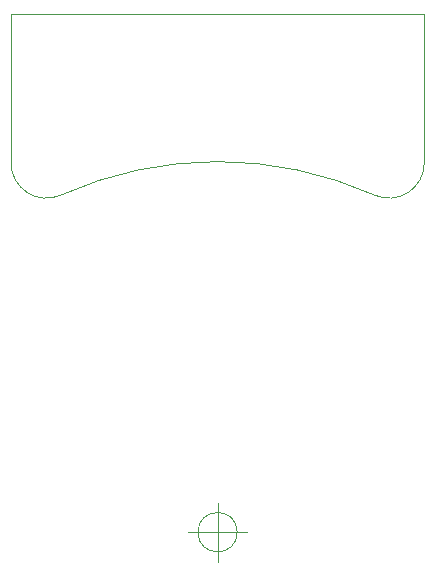
<source format=gbr>
G04 #@! TF.FileFunction,Profile,NP*
%FSLAX46Y46*%
G04 Gerber Fmt 4.6, Leading zero omitted, Abs format (unit mm)*
G04 Created by KiCad (PCBNEW (after 2015-mar-04 BZR unknown)-product) date 28.04.2015 21:52:04*
%MOMM*%
G01*
G04 APERTURE LIST*
%ADD10C,0.100000*%
G04 APERTURE END LIST*
D10*
X154701666Y-154305000D02*
G75*
G03X154701666Y-154305000I-1666666J0D01*
G01*
X150535000Y-154305000D02*
X155535000Y-154305000D01*
X153035000Y-151805000D02*
X153035000Y-156805000D01*
X135541750Y-110468000D02*
X170541750Y-110468000D01*
X139767102Y-125764890D02*
G75*
G02X135541750Y-123026549I-1225352J2738341D01*
G01*
X170541750Y-123026549D02*
G75*
G02X166316398Y-125764890I-3000000J0D01*
G01*
X139767102Y-125764890D02*
G75*
G02X166316398Y-125764890I13274648J-29665362D01*
G01*
X135541750Y-123026549D02*
X135541750Y-110468000D01*
X170541750Y-123026549D02*
X170541750Y-110468000D01*
M02*

</source>
